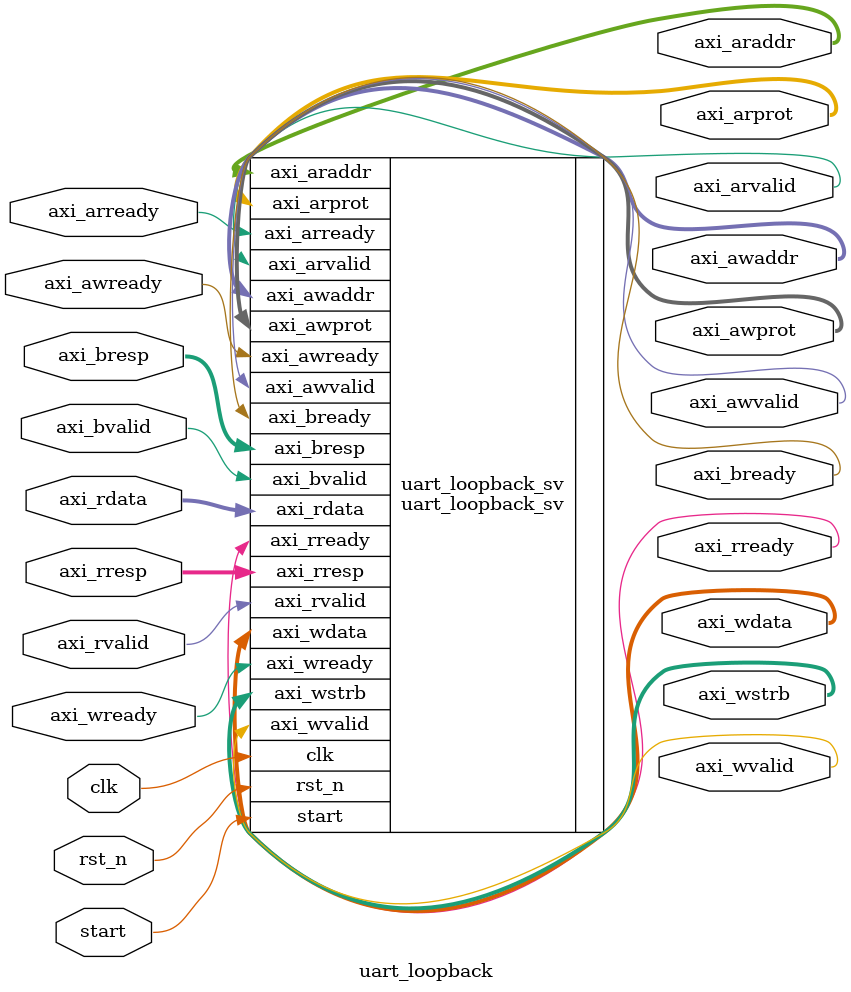
<source format=v>
`default_nettype none


module uart_loopback #(parameter base_addr = 32'h0000_0000) (
	input wire  clk,    // Clock
	input wire start,
	input wire rst_n,  // Asynchronous reset active lo

	// AXI4-lite master memory interface
    output wire                      axi_awvalid,
    input  wire                       axi_awready,
    output wire [31:0]              	 axi_awaddr,
    output wire [2:0]                 axi_awprot,

    output wire                      axi_wvalid,
    input  wire                       axi_wready,
    output wire [31:0]                axi_wdata,
    output wire [3:0]                 axi_wstrb,

    input  wire                       axi_bvalid,
    output wire                      axi_bready,
    input  wire [1:0]                 axi_bresp,

    output wire                      axi_arvalid,
    input wire                       axi_arready,
    output wire [31:0]                axi_araddr,
    output wire [2:0]                 axi_arprot,

    input wire                       axi_rvalid,
    output wire                       axi_rready,
	input wire [31:0]       		axi_rdata,
    input wire [1:0]                 axi_rresp
);

uart_loopback_sv #(.base_addr(base_addr)) uart_loopback_sv  (
	.clk        (clk        ),
	.start      (start),
	.rst_n      (rst_n      ),
	.axi_awvalid(axi_awvalid),
	.axi_awready(axi_awready),
	.axi_awaddr (axi_awaddr ),
	.axi_awprot (axi_awprot ),
	.axi_wvalid (axi_wvalid ),
	.axi_wready (axi_wready ),
	.axi_wdata  (axi_wdata  ),
	.axi_wstrb  (axi_wstrb  ),
	.axi_bvalid (axi_bvalid ),
	.axi_bready (axi_bready ),
	.axi_bresp  (axi_bresp  ),
	.axi_arvalid(axi_arvalid),
	.axi_arready(axi_arready),
	.axi_araddr (axi_araddr ),
	.axi_arprot (axi_arprot ),
	.axi_rvalid (axi_rvalid ),
	.axi_rready (axi_rready ),
	.axi_rdata  (axi_rdata  ),
	.axi_rresp  (axi_rresp  )
);


endmodule


`default_nettype wire
</source>
